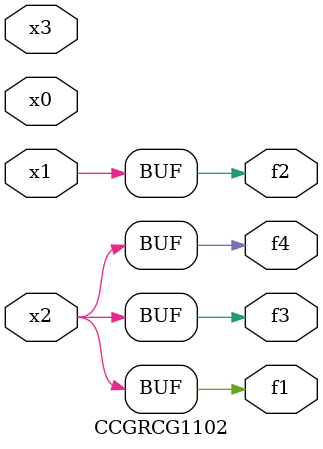
<source format=v>
module CCGRCG1102(
	input x0, x1, x2, x3,
	output f1, f2, f3, f4
);
	assign f1 = x2;
	assign f2 = x1;
	assign f3 = x2;
	assign f4 = x2;
endmodule

</source>
